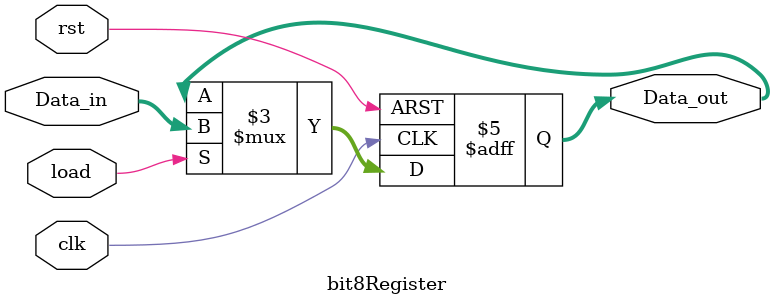
<source format=sv>
`timescale 1ns / 1ps

module bit8Register(clk, rst, load, Data_in, Data_out);
 input clk, rst, load;
 input [7:0] Data_in;
 output reg [7:0] Data_out;

 always @(posedge clk or posedge rst)
 
	if (rst)
		Data_out = 0;
		
	else if (load)
		Data_out = Data_in;
	
	else 
		Data_out = Data_out;
endmodule

</source>
